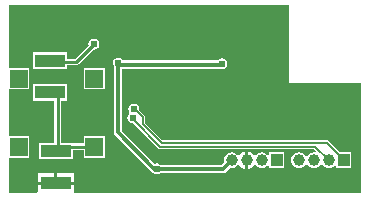
<source format=gbl>
%FSTAX23Y23*%
%MOIN*%
%SFA1B1*%

%IPPOS*%
%ADD10C,0.009843*%
%ADD12C,0.005905*%
%ADD44C,0.014961*%
%ADD45C,0.009843*%
%ADD52C,0.039370*%
%ADD53R,0.039370X0.039370*%
%ADD54R,0.059055X0.059055*%
%ADD55C,0.024016*%
%ADD56C,0.024016*%
%ADD57C,0.025984*%
%ADD58R,0.102362X0.043307*%
%LNfinal_vd-1*%
%LPD*%
G36*
X00355Y00094D02*
X00596D01*
Y-00275*
X-00357*
X-00361Y-00272*
Y-0027*
Y-00246*
X-00483*
Y-0027*
Y-00272*
X-00487Y-00275*
X-00579*
Y-00156*
X-00511*
Y-00123*
X-00511Y-00122*
X-00511Y-0012*
Y-00085*
X-00579*
Y00071*
X-00511*
Y00142*
X-00579*
Y00353*
X00355*
Y00094*
G37*
%LNfinal_vd-2*%
%LPC*%
G36*
X-00296Y0024D02*
X-00303Y00238D01*
X-00309Y00235*
X-00312Y00229*
X-00314Y00222*
X-00313Y00219*
X-00359Y00174*
X-00384*
Y00195*
X-00499*
Y0014*
X-00384*
Y00151*
X-00355*
X-0035Y00152*
X-00347Y00155*
X-00346Y00155*
X-00298Y00203*
X-00296Y00203*
X-00288Y00205*
X-00283Y00209*
X-00279Y00214*
X-00277Y00222*
X-00279Y00229*
X-00283Y00235*
X-00288Y00238*
X-00296Y0024*
G37*
G36*
X-00214Y00177D02*
X-0022Y00175D01*
X-00227Y00172*
X-00231Y00166*
X-00232Y00159*
X-00231Y00151*
X-0023Y00151*
Y-00072*
X-00229Y-00077*
X-00226Y-00081*
X-00104Y-00203*
X-001Y-00206*
X-00099*
X-00093Y-00211*
X-00086Y-00212*
X-00079Y-00211*
X-00074Y-00207*
X00135*
X0014Y-00206*
X00144Y-00203*
X00158Y-0019*
X00164Y-0019*
X0017Y-0019*
X00176Y-00187*
X00182Y-00183*
X00183Y-00181*
X00184Y-00181*
X00189Y-00181*
X00192Y-00186*
X00199Y-0019*
X00206Y-00194*
X00209*
Y-00164*
Y-00135*
X00206Y-00136*
X00199Y-00138*
X00192Y-00143*
X00189Y-00148*
X00184Y-00148*
X00183Y-00148*
X00182Y-00146*
X00176Y-00142*
X0017Y-0014*
X00164Y-00138*
X00157Y-0014*
X00151Y-00142*
X00145Y-00146*
X00141Y-00151*
X00138Y-00158*
X00138Y-00164*
X00138Y-0017*
X00129Y-0018*
X-00074*
X-00079Y-00176*
X-00086Y-00175*
X-00092Y-00176*
X-00202Y-00066*
Y0014*
X00118*
X00121Y0014*
X00122*
X00124*
X00131Y00139*
X00138Y0014*
X00144Y00144*
X00148Y0015*
X00149Y00157*
X00148Y00164*
X00144Y0017*
X00138Y00174*
X00131Y00176*
X00124Y00174*
X00118Y0017*
X00116Y00168*
X-00198*
X-00201Y00172*
X-00207Y00175*
X-00214Y00177*
G37*
G36*
X-00259Y00142D02*
X-0033D01*
Y00071*
X-00259*
Y00142*
G37*
G36*
X-00162Y00024D02*
X-0017Y00022D01*
X-00175Y00018*
X-00179Y00012*
X-00181Y00005*
X-00179Y-00001*
X-00177Y-00004*
X-00178Y-0001*
X-00179Y-00011*
X-00183Y-00016*
X-00184Y-00024*
X-00183Y-00031*
X-00179Y-00037*
X-00172Y-0004*
X-00166Y-00042*
X-00082Y-00126*
X-00079Y-00128*
X-00075Y-00129*
X00439*
X00444Y-00135*
X00442Y-00139*
X00438Y-00138*
X00431Y-0014*
X00425Y-00142*
X00419Y-00146*
X00415Y-00151*
X00412Y-00152*
X0041Y-00151*
X00406Y-00146*
X004Y-00142*
X00394Y-0014*
X00388Y-00138*
X00381Y-0014*
X00375Y-00142*
X00369Y-00146*
X00365Y-00151*
X00362Y-00158*
X00362Y-00164*
X00362Y-00171*
X00365Y-00177*
X00369Y-00183*
X00375Y-00187*
X00381Y-0019*
X00388Y-0019*
X00394Y-0019*
X004Y-00187*
X00406Y-00183*
X0041Y-00178*
X00412Y-00177*
X00415Y-00178*
X00419Y-00183*
X00425Y-00187*
X00431Y-0019*
X00438Y-0019*
X00444Y-0019*
X0045Y-00187*
X00456Y-00183*
X0046Y-00178*
X00462Y-00177*
X00465Y-00178*
X00469Y-00183*
X00475Y-00187*
X00481Y-0019*
X00488Y-0019*
X00494Y-0019*
X005Y-00187*
X00506Y-00183*
X00507Y-00181*
X00512Y-00183*
Y-0019*
X00563*
Y-00139*
X00525*
X00487Y-00101*
X00484Y-00099*
X00481Y-00098*
X-00067*
X-00124Y-00041*
Y-0002*
X-00125Y-00016*
X-00127Y-00014*
X-00145Y00003*
X-00144Y00005*
X-00146Y00012*
X-0015Y00018*
X-00155Y00022*
X-00162Y00024*
G37*
G36*
X-00384Y00089D02*
X-00499D01*
Y00033*
X-00427*
Y-00107*
X-00479*
Y-00162*
X-00364*
Y-00131*
X-0033*
Y-00156*
X-00259*
Y-00085*
X-0033*
Y-00109*
X-00364*
Y-00107*
X-00405*
Y00033*
X-00384*
Y00089*
G37*
G36*
X00218Y-00135D02*
Y-00164D01*
Y-00194*
X00221*
X00229Y-0019*
X00235Y-00186*
X00238Y-00181*
X00243Y-00181*
X00244Y-00181*
X00245Y-00183*
X00251Y-00187*
X00257Y-0019*
X00264Y-0019*
X0027Y-0019*
X00276Y-00187*
X00282Y-00183*
X00283Y-00181*
X00288Y-00183*
Y-0019*
X00339*
Y-00139*
X00288*
Y-00146*
X00283Y-00148*
X00282Y-00146*
X00276Y-00142*
X0027Y-0014*
X00264Y-00138*
X00257Y-0014*
X00251Y-00142*
X00245Y-00146*
X00244Y-00148*
X00243Y-00148*
X00238Y-00148*
X00235Y-00143*
X00229Y-00138*
X00221Y-00136*
X00218Y-00135*
G37*
G36*
X-00361Y-00209D02*
X-00417D01*
Y-00236*
X-00361*
Y-00209*
G37*
G36*
X-00427D02*
X-00483D01*
Y-00236*
X-00427*
Y-00209*
G37*
%LNfinal_vd-3*%
%LPD*%
G54D10*
X-00422Y-0012D02*
X-00296D01*
X-00416Y-00114D02*
Y00051D01*
X-00355Y00162D02*
X-00296Y00222D01*
G54D12*
X00122Y0015D02*
X00131Y00157D01*
X-00162Y00005D02*
X-0016D01*
X-00166Y-00029D02*
X-00075Y-0012D01*
X-00166Y-00029D02*
Y-00024D01*
X-00075Y-0012D02*
X00442D01*
X-00133Y-00044D02*
Y-0002D01*
X-0016Y00005D02*
X-00133Y-0002D01*
X00442Y-0012D02*
X00488Y-00164D01*
X-00133Y-00044D02*
X-0007Y-00107D01*
X00481*
X00538Y-00164*
G54D44*
X-00209Y00154D02*
X00118D01*
X-00214Y00159D02*
X-00209Y00154D01*
X-00216Y-00072D02*
X-00094Y-00193D01*
X00135D02*
X00164Y-00164D01*
X-00094Y-00193D02*
X-00086D01*
X00135*
X-00216Y-00072D02*
Y00157D01*
G54D45*
X-00438Y00162D02*
X-00355D01*
X-00546Y-00122D02*
X-00522D01*
G54D52*
X00388Y-00164D03*
X00438D03*
X00488D03*
X00164D03*
X00214D03*
X00264D03*
G54D53*
X00538Y-00164D03*
X00314D03*
G54D54*
X-00546Y-0012D03*
Y00107D03*
X-00294Y-0012D03*
Y00107D03*
G54D55*
X00029Y00335D03*
X-00383Y00268D03*
X-00359Y00117D03*
X-0035Y00011D03*
X-00279Y-00007D03*
X-00162Y00005D03*
X-00496Y-00233D03*
X-00479Y-00035D03*
X-00086Y-00193D03*
X00033Y00255D03*
X-00166Y-00024D03*
X-00001Y00185D03*
X00025Y00188D03*
X-00388Y-00068D03*
X-0052Y00211D03*
X-00296Y00222D03*
X-00185Y00225D03*
X-00426Y00341D03*
X-0019Y-00059D03*
X-00002Y-00155D03*
X00101Y-00153D03*
X00205Y00018D03*
X-00131Y-00194D03*
X00464Y-00068D03*
X00583Y00022D03*
X004Y00079D03*
X00453D03*
X00225Y00338D03*
X00103D03*
X-00565Y00342D03*
X-00557Y-0019D03*
Y-00255D03*
X-0035Y-00229D03*
X-00195Y-00253D03*
X-00063D03*
X00072Y-00255D03*
X00183D03*
X0029Y-00256D03*
X00396Y-00255D03*
X00475D03*
X00583Y-00257D03*
Y-0015D03*
X00583Y-0008D03*
X00585Y00074D03*
X0052Y-00068D03*
X00583Y-0004D03*
X00392Y-00068D03*
X00503Y00027D03*
X00425Y00029D03*
X00359Y00079D03*
X00335Y00242D03*
Y00296D03*
Y00337D03*
X00333Y00129D03*
X-00292Y00322D03*
X-00105Y00321D03*
X-0055Y00022D03*
X00277Y00028D03*
X00131Y002D03*
X-0012Y00179D03*
X00331Y-00068D03*
X00217Y-0005D03*
X00337Y00029D03*
X00231Y0024D03*
X00192Y00233D03*
X00159D03*
X00105D03*
X00131Y00157D03*
X-00118Y-00118D03*
X00259Y00068D03*
Y00101D03*
X00062Y00233D03*
X00294Y00125D03*
G54D56*
X-00214Y00159D03*
G54D57*
X0007Y-0007D03*
X00023D03*
X-00023D03*
X-0007D03*
X0007Y-00023D03*
X00023D03*
X-00023D03*
X-0007D03*
X0007Y00023D03*
X00023D03*
X-00023D03*
X-0007D03*
X0007Y0007D03*
X00023D03*
X-00023D03*
X-0007D03*
G54D58*
X-00422Y-00135D03*
Y-00241D03*
X-00442Y00167D03*
Y00061D03*
M02*
</source>
